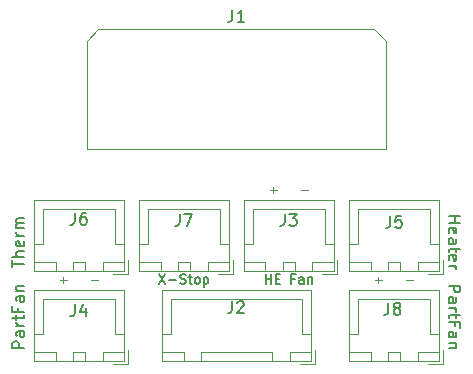
<source format=gbr>
G04 #@! TF.GenerationSoftware,KiCad,Pcbnew,(5.1.5)-3*
G04 #@! TF.CreationDate,2021-06-02T01:16:35-04:00*
G04 #@! TF.ProjectId,Toolhead_PCB,546f6f6c-6865-4616-945f-5043422e6b69,rev?*
G04 #@! TF.SameCoordinates,Original*
G04 #@! TF.FileFunction,Legend,Top*
G04 #@! TF.FilePolarity,Positive*
%FSLAX46Y46*%
G04 Gerber Fmt 4.6, Leading zero omitted, Abs format (unit mm)*
G04 Created by KiCad (PCBNEW (5.1.5)-3) date 2021-06-02 01:16:35*
%MOMM*%
%LPD*%
G04 APERTURE LIST*
%ADD10C,0.100000*%
%ADD11C,0.200000*%
%ADD12C,0.150000*%
%ADD13C,0.120000*%
G04 APERTURE END LIST*
D10*
X102837857Y-95608571D02*
X103409285Y-95608571D01*
X103123571Y-95894285D02*
X103123571Y-95322857D01*
X105480714Y-95608571D02*
X106052142Y-95608571D01*
X85057857Y-103228571D02*
X85629285Y-103228571D01*
X85343571Y-103514285D02*
X85343571Y-102942857D01*
X87700714Y-103228571D02*
X88272142Y-103228571D01*
D11*
X82037380Y-108992857D02*
X81037380Y-108992857D01*
X81037380Y-108611904D01*
X81085000Y-108516666D01*
X81132619Y-108469047D01*
X81227857Y-108421428D01*
X81370714Y-108421428D01*
X81465952Y-108469047D01*
X81513571Y-108516666D01*
X81561190Y-108611904D01*
X81561190Y-108992857D01*
X82037380Y-107564285D02*
X81513571Y-107564285D01*
X81418333Y-107611904D01*
X81370714Y-107707142D01*
X81370714Y-107897619D01*
X81418333Y-107992857D01*
X81989761Y-107564285D02*
X82037380Y-107659523D01*
X82037380Y-107897619D01*
X81989761Y-107992857D01*
X81894523Y-108040476D01*
X81799285Y-108040476D01*
X81704047Y-107992857D01*
X81656428Y-107897619D01*
X81656428Y-107659523D01*
X81608809Y-107564285D01*
X82037380Y-107088095D02*
X81370714Y-107088095D01*
X81561190Y-107088095D02*
X81465952Y-107040476D01*
X81418333Y-106992857D01*
X81370714Y-106897619D01*
X81370714Y-106802380D01*
X81370714Y-106611904D02*
X81370714Y-106230952D01*
X81037380Y-106469047D02*
X81894523Y-106469047D01*
X81989761Y-106421428D01*
X82037380Y-106326190D01*
X82037380Y-106230952D01*
X81513571Y-105564285D02*
X81513571Y-105897619D01*
X82037380Y-105897619D02*
X81037380Y-105897619D01*
X81037380Y-105421428D01*
X82037380Y-104611904D02*
X81513571Y-104611904D01*
X81418333Y-104659523D01*
X81370714Y-104754761D01*
X81370714Y-104945238D01*
X81418333Y-105040476D01*
X81989761Y-104611904D02*
X82037380Y-104707142D01*
X82037380Y-104945238D01*
X81989761Y-105040476D01*
X81894523Y-105088095D01*
X81799285Y-105088095D01*
X81704047Y-105040476D01*
X81656428Y-104945238D01*
X81656428Y-104707142D01*
X81608809Y-104611904D01*
X81370714Y-104135714D02*
X82037380Y-104135714D01*
X81465952Y-104135714D02*
X81418333Y-104088095D01*
X81370714Y-103992857D01*
X81370714Y-103850000D01*
X81418333Y-103754761D01*
X81513571Y-103707142D01*
X82037380Y-103707142D01*
X117962619Y-103707142D02*
X118962619Y-103707142D01*
X118962619Y-104088095D01*
X118915000Y-104183333D01*
X118867380Y-104230952D01*
X118772142Y-104278571D01*
X118629285Y-104278571D01*
X118534047Y-104230952D01*
X118486428Y-104183333D01*
X118438809Y-104088095D01*
X118438809Y-103707142D01*
X117962619Y-105135714D02*
X118486428Y-105135714D01*
X118581666Y-105088095D01*
X118629285Y-104992857D01*
X118629285Y-104802380D01*
X118581666Y-104707142D01*
X118010238Y-105135714D02*
X117962619Y-105040476D01*
X117962619Y-104802380D01*
X118010238Y-104707142D01*
X118105476Y-104659523D01*
X118200714Y-104659523D01*
X118295952Y-104707142D01*
X118343571Y-104802380D01*
X118343571Y-105040476D01*
X118391190Y-105135714D01*
X117962619Y-105611904D02*
X118629285Y-105611904D01*
X118438809Y-105611904D02*
X118534047Y-105659523D01*
X118581666Y-105707142D01*
X118629285Y-105802380D01*
X118629285Y-105897619D01*
X118629285Y-106088095D02*
X118629285Y-106469047D01*
X118962619Y-106230952D02*
X118105476Y-106230952D01*
X118010238Y-106278571D01*
X117962619Y-106373809D01*
X117962619Y-106469047D01*
X118486428Y-107135714D02*
X118486428Y-106802380D01*
X117962619Y-106802380D02*
X118962619Y-106802380D01*
X118962619Y-107278571D01*
X117962619Y-108088095D02*
X118486428Y-108088095D01*
X118581666Y-108040476D01*
X118629285Y-107945238D01*
X118629285Y-107754761D01*
X118581666Y-107659523D01*
X118010238Y-108088095D02*
X117962619Y-107992857D01*
X117962619Y-107754761D01*
X118010238Y-107659523D01*
X118105476Y-107611904D01*
X118200714Y-107611904D01*
X118295952Y-107659523D01*
X118343571Y-107754761D01*
X118343571Y-107992857D01*
X118391190Y-108088095D01*
X118629285Y-108564285D02*
X117962619Y-108564285D01*
X118534047Y-108564285D02*
X118581666Y-108611904D01*
X118629285Y-108707142D01*
X118629285Y-108849999D01*
X118581666Y-108945238D01*
X118486428Y-108992857D01*
X117962619Y-108992857D01*
D10*
X111727857Y-103228571D02*
X112299285Y-103228571D01*
X112013571Y-103514285D02*
X112013571Y-102942857D01*
X114370714Y-103228571D02*
X114942142Y-103228571D01*
D12*
X117962619Y-97809523D02*
X118962619Y-97809523D01*
X118486428Y-97809523D02*
X118486428Y-98380952D01*
X117962619Y-98380952D02*
X118962619Y-98380952D01*
X118010238Y-99238095D02*
X117962619Y-99142857D01*
X117962619Y-98952380D01*
X118010238Y-98857142D01*
X118105476Y-98809523D01*
X118486428Y-98809523D01*
X118581666Y-98857142D01*
X118629285Y-98952380D01*
X118629285Y-99142857D01*
X118581666Y-99238095D01*
X118486428Y-99285714D01*
X118391190Y-99285714D01*
X118295952Y-98809523D01*
X117962619Y-100142857D02*
X118486428Y-100142857D01*
X118581666Y-100095238D01*
X118629285Y-100000000D01*
X118629285Y-99809523D01*
X118581666Y-99714285D01*
X118010238Y-100142857D02*
X117962619Y-100047619D01*
X117962619Y-99809523D01*
X118010238Y-99714285D01*
X118105476Y-99666666D01*
X118200714Y-99666666D01*
X118295952Y-99714285D01*
X118343571Y-99809523D01*
X118343571Y-100047619D01*
X118391190Y-100142857D01*
X118629285Y-100476190D02*
X118629285Y-100857142D01*
X118962619Y-100619047D02*
X118105476Y-100619047D01*
X118010238Y-100666666D01*
X117962619Y-100761904D01*
X117962619Y-100857142D01*
X118010238Y-101571428D02*
X117962619Y-101476190D01*
X117962619Y-101285714D01*
X118010238Y-101190476D01*
X118105476Y-101142857D01*
X118486428Y-101142857D01*
X118581666Y-101190476D01*
X118629285Y-101285714D01*
X118629285Y-101476190D01*
X118581666Y-101571428D01*
X118486428Y-101619047D01*
X118391190Y-101619047D01*
X118295952Y-101142857D01*
X117962619Y-102047619D02*
X118629285Y-102047619D01*
X118438809Y-102047619D02*
X118534047Y-102095238D01*
X118581666Y-102142857D01*
X118629285Y-102238095D01*
X118629285Y-102333333D01*
X102483095Y-103536904D02*
X102483095Y-102736904D01*
X102483095Y-103117857D02*
X102940238Y-103117857D01*
X102940238Y-103536904D02*
X102940238Y-102736904D01*
X103321190Y-103117857D02*
X103587857Y-103117857D01*
X103702142Y-103536904D02*
X103321190Y-103536904D01*
X103321190Y-102736904D01*
X103702142Y-102736904D01*
X104921190Y-103117857D02*
X104654523Y-103117857D01*
X104654523Y-103536904D02*
X104654523Y-102736904D01*
X105035476Y-102736904D01*
X105683095Y-103536904D02*
X105683095Y-103117857D01*
X105645000Y-103041666D01*
X105568809Y-103003571D01*
X105416428Y-103003571D01*
X105340238Y-103041666D01*
X105683095Y-103498809D02*
X105606904Y-103536904D01*
X105416428Y-103536904D01*
X105340238Y-103498809D01*
X105302142Y-103422619D01*
X105302142Y-103346428D01*
X105340238Y-103270238D01*
X105416428Y-103232142D01*
X105606904Y-103232142D01*
X105683095Y-103194047D01*
X106064047Y-103003571D02*
X106064047Y-103536904D01*
X106064047Y-103079761D02*
X106102142Y-103041666D01*
X106178333Y-103003571D01*
X106292619Y-103003571D01*
X106368809Y-103041666D01*
X106406904Y-103117857D01*
X106406904Y-103536904D01*
X93459761Y-102736904D02*
X93993095Y-103536904D01*
X93993095Y-102736904D02*
X93459761Y-103536904D01*
X94297857Y-103232142D02*
X94907380Y-103232142D01*
X95250238Y-103498809D02*
X95364523Y-103536904D01*
X95555000Y-103536904D01*
X95631190Y-103498809D01*
X95669285Y-103460714D01*
X95707380Y-103384523D01*
X95707380Y-103308333D01*
X95669285Y-103232142D01*
X95631190Y-103194047D01*
X95555000Y-103155952D01*
X95402619Y-103117857D01*
X95326428Y-103079761D01*
X95288333Y-103041666D01*
X95250238Y-102965476D01*
X95250238Y-102889285D01*
X95288333Y-102813095D01*
X95326428Y-102775000D01*
X95402619Y-102736904D01*
X95593095Y-102736904D01*
X95707380Y-102775000D01*
X95935952Y-103003571D02*
X96240714Y-103003571D01*
X96050238Y-102736904D02*
X96050238Y-103422619D01*
X96088333Y-103498809D01*
X96164523Y-103536904D01*
X96240714Y-103536904D01*
X96621666Y-103536904D02*
X96545476Y-103498809D01*
X96507380Y-103460714D01*
X96469285Y-103384523D01*
X96469285Y-103155952D01*
X96507380Y-103079761D01*
X96545476Y-103041666D01*
X96621666Y-103003571D01*
X96735952Y-103003571D01*
X96812142Y-103041666D01*
X96850238Y-103079761D01*
X96888333Y-103155952D01*
X96888333Y-103384523D01*
X96850238Y-103460714D01*
X96812142Y-103498809D01*
X96735952Y-103536904D01*
X96621666Y-103536904D01*
X97231190Y-103003571D02*
X97231190Y-103803571D01*
X97231190Y-103041666D02*
X97307380Y-103003571D01*
X97459761Y-103003571D01*
X97535952Y-103041666D01*
X97574047Y-103079761D01*
X97612142Y-103155952D01*
X97612142Y-103384523D01*
X97574047Y-103460714D01*
X97535952Y-103498809D01*
X97459761Y-103536904D01*
X97307380Y-103536904D01*
X97231190Y-103498809D01*
D11*
X81037380Y-102142857D02*
X81037380Y-101571428D01*
X82037380Y-101857142D02*
X81037380Y-101857142D01*
X82037380Y-101238095D02*
X81037380Y-101238095D01*
X82037380Y-100809523D02*
X81513571Y-100809523D01*
X81418333Y-100857142D01*
X81370714Y-100952380D01*
X81370714Y-101095238D01*
X81418333Y-101190476D01*
X81465952Y-101238095D01*
X81989761Y-99952380D02*
X82037380Y-100047619D01*
X82037380Y-100238095D01*
X81989761Y-100333333D01*
X81894523Y-100380952D01*
X81513571Y-100380952D01*
X81418333Y-100333333D01*
X81370714Y-100238095D01*
X81370714Y-100047619D01*
X81418333Y-99952380D01*
X81513571Y-99904761D01*
X81608809Y-99904761D01*
X81704047Y-100380952D01*
X82037380Y-99476190D02*
X81370714Y-99476190D01*
X81561190Y-99476190D02*
X81465952Y-99428571D01*
X81418333Y-99380952D01*
X81370714Y-99285714D01*
X81370714Y-99190476D01*
X82037380Y-98857142D02*
X81370714Y-98857142D01*
X81465952Y-98857142D02*
X81418333Y-98809523D01*
X81370714Y-98714285D01*
X81370714Y-98571428D01*
X81418333Y-98476190D01*
X81513571Y-98428571D01*
X82037380Y-98428571D01*
X81513571Y-98428571D02*
X81418333Y-98380952D01*
X81370714Y-98285714D01*
X81370714Y-98142857D01*
X81418333Y-98047619D01*
X81513571Y-98000000D01*
X82037380Y-98000000D01*
D13*
X90785000Y-102750000D02*
X90785000Y-101500000D01*
X89535000Y-102750000D02*
X90785000Y-102750000D01*
X83635000Y-97250000D02*
X86685000Y-97250000D01*
X83635000Y-100200000D02*
X83635000Y-97250000D01*
X82885000Y-100200000D02*
X83635000Y-100200000D01*
X89735000Y-97250000D02*
X86685000Y-97250000D01*
X89735000Y-100200000D02*
X89735000Y-97250000D01*
X90485000Y-100200000D02*
X89735000Y-100200000D01*
X82885000Y-102450000D02*
X84685000Y-102450000D01*
X82885000Y-101700000D02*
X82885000Y-102450000D01*
X84685000Y-101700000D02*
X82885000Y-101700000D01*
X84685000Y-102450000D02*
X84685000Y-101700000D01*
X88685000Y-102450000D02*
X90485000Y-102450000D01*
X88685000Y-101700000D02*
X88685000Y-102450000D01*
X90485000Y-101700000D02*
X88685000Y-101700000D01*
X90485000Y-102450000D02*
X90485000Y-101700000D01*
X86185000Y-102450000D02*
X87185000Y-102450000D01*
X86185000Y-101700000D02*
X86185000Y-102450000D01*
X87185000Y-101700000D02*
X86185000Y-101700000D01*
X87185000Y-102450000D02*
X87185000Y-101700000D01*
X82875000Y-102460000D02*
X90495000Y-102460000D01*
X82875000Y-96490000D02*
X82875000Y-102460000D01*
X90495000Y-96490000D02*
X82875000Y-96490000D01*
X90495000Y-102460000D02*
X90495000Y-96490000D01*
X108525000Y-102750000D02*
X108525000Y-101500000D01*
X107275000Y-102750000D02*
X108525000Y-102750000D01*
X101375000Y-97250000D02*
X104425000Y-97250000D01*
X101375000Y-100200000D02*
X101375000Y-97250000D01*
X100625000Y-100200000D02*
X101375000Y-100200000D01*
X107475000Y-97250000D02*
X104425000Y-97250000D01*
X107475000Y-100200000D02*
X107475000Y-97250000D01*
X108225000Y-100200000D02*
X107475000Y-100200000D01*
X100625000Y-102450000D02*
X102425000Y-102450000D01*
X100625000Y-101700000D02*
X100625000Y-102450000D01*
X102425000Y-101700000D02*
X100625000Y-101700000D01*
X102425000Y-102450000D02*
X102425000Y-101700000D01*
X106425000Y-102450000D02*
X108225000Y-102450000D01*
X106425000Y-101700000D02*
X106425000Y-102450000D01*
X108225000Y-101700000D02*
X106425000Y-101700000D01*
X108225000Y-102450000D02*
X108225000Y-101700000D01*
X103925000Y-102450000D02*
X104925000Y-102450000D01*
X103925000Y-101700000D02*
X103925000Y-102450000D01*
X104925000Y-101700000D02*
X103925000Y-101700000D01*
X104925000Y-102450000D02*
X104925000Y-101700000D01*
X100615000Y-102460000D02*
X108235000Y-102460000D01*
X100615000Y-96490000D02*
X100615000Y-102460000D01*
X108235000Y-96490000D02*
X100615000Y-96490000D01*
X108235000Y-102460000D02*
X108235000Y-96490000D01*
X90785000Y-110370000D02*
X90785000Y-109120000D01*
X89535000Y-110370000D02*
X90785000Y-110370000D01*
X83635000Y-104870000D02*
X86685000Y-104870000D01*
X83635000Y-107820000D02*
X83635000Y-104870000D01*
X82885000Y-107820000D02*
X83635000Y-107820000D01*
X89735000Y-104870000D02*
X86685000Y-104870000D01*
X89735000Y-107820000D02*
X89735000Y-104870000D01*
X90485000Y-107820000D02*
X89735000Y-107820000D01*
X82885000Y-110070000D02*
X84685000Y-110070000D01*
X82885000Y-109320000D02*
X82885000Y-110070000D01*
X84685000Y-109320000D02*
X82885000Y-109320000D01*
X84685000Y-110070000D02*
X84685000Y-109320000D01*
X88685000Y-110070000D02*
X90485000Y-110070000D01*
X88685000Y-109320000D02*
X88685000Y-110070000D01*
X90485000Y-109320000D02*
X88685000Y-109320000D01*
X90485000Y-110070000D02*
X90485000Y-109320000D01*
X86185000Y-110070000D02*
X87185000Y-110070000D01*
X86185000Y-109320000D02*
X86185000Y-110070000D01*
X87185000Y-109320000D02*
X86185000Y-109320000D01*
X87185000Y-110070000D02*
X87185000Y-109320000D01*
X82875000Y-110080000D02*
X90495000Y-110080000D01*
X82875000Y-104110000D02*
X82875000Y-110080000D01*
X90495000Y-104110000D02*
X82875000Y-104110000D01*
X90495000Y-110080000D02*
X90495000Y-104110000D01*
X87315000Y-92130000D02*
X87315000Y-83000000D01*
X87315000Y-83000000D02*
X88315000Y-82000000D01*
X88315000Y-82000000D02*
X111685000Y-82000000D01*
X111685000Y-82000000D02*
X112685000Y-83000000D01*
X112685000Y-83000000D02*
X112685000Y-92130000D01*
X112685000Y-92130000D02*
X87315000Y-92130000D01*
X117455000Y-110370000D02*
X117455000Y-109120000D01*
X116205000Y-110370000D02*
X117455000Y-110370000D01*
X110305000Y-104870000D02*
X113355000Y-104870000D01*
X110305000Y-107820000D02*
X110305000Y-104870000D01*
X109555000Y-107820000D02*
X110305000Y-107820000D01*
X116405000Y-104870000D02*
X113355000Y-104870000D01*
X116405000Y-107820000D02*
X116405000Y-104870000D01*
X117155000Y-107820000D02*
X116405000Y-107820000D01*
X109555000Y-110070000D02*
X111355000Y-110070000D01*
X109555000Y-109320000D02*
X109555000Y-110070000D01*
X111355000Y-109320000D02*
X109555000Y-109320000D01*
X111355000Y-110070000D02*
X111355000Y-109320000D01*
X115355000Y-110070000D02*
X117155000Y-110070000D01*
X115355000Y-109320000D02*
X115355000Y-110070000D01*
X117155000Y-109320000D02*
X115355000Y-109320000D01*
X117155000Y-110070000D02*
X117155000Y-109320000D01*
X112855000Y-110070000D02*
X113855000Y-110070000D01*
X112855000Y-109320000D02*
X112855000Y-110070000D01*
X113855000Y-109320000D02*
X112855000Y-109320000D01*
X113855000Y-110070000D02*
X113855000Y-109320000D01*
X109545000Y-110080000D02*
X117165000Y-110080000D01*
X109545000Y-104110000D02*
X109545000Y-110080000D01*
X117165000Y-104110000D02*
X109545000Y-104110000D01*
X117165000Y-110080000D02*
X117165000Y-104110000D01*
X99675000Y-102750000D02*
X99675000Y-101500000D01*
X98425000Y-102750000D02*
X99675000Y-102750000D01*
X92525000Y-97250000D02*
X95575000Y-97250000D01*
X92525000Y-100200000D02*
X92525000Y-97250000D01*
X91775000Y-100200000D02*
X92525000Y-100200000D01*
X98625000Y-97250000D02*
X95575000Y-97250000D01*
X98625000Y-100200000D02*
X98625000Y-97250000D01*
X99375000Y-100200000D02*
X98625000Y-100200000D01*
X91775000Y-102450000D02*
X93575000Y-102450000D01*
X91775000Y-101700000D02*
X91775000Y-102450000D01*
X93575000Y-101700000D02*
X91775000Y-101700000D01*
X93575000Y-102450000D02*
X93575000Y-101700000D01*
X97575000Y-102450000D02*
X99375000Y-102450000D01*
X97575000Y-101700000D02*
X97575000Y-102450000D01*
X99375000Y-101700000D02*
X97575000Y-101700000D01*
X99375000Y-102450000D02*
X99375000Y-101700000D01*
X95075000Y-102450000D02*
X96075000Y-102450000D01*
X95075000Y-101700000D02*
X95075000Y-102450000D01*
X96075000Y-101700000D02*
X95075000Y-101700000D01*
X96075000Y-102450000D02*
X96075000Y-101700000D01*
X91765000Y-102460000D02*
X99385000Y-102460000D01*
X91765000Y-96490000D02*
X91765000Y-102460000D01*
X99385000Y-96490000D02*
X91765000Y-96490000D01*
X99385000Y-102460000D02*
X99385000Y-96490000D01*
X117455000Y-102750000D02*
X117455000Y-101500000D01*
X116205000Y-102750000D02*
X117455000Y-102750000D01*
X110305000Y-97250000D02*
X113355000Y-97250000D01*
X110305000Y-100200000D02*
X110305000Y-97250000D01*
X109555000Y-100200000D02*
X110305000Y-100200000D01*
X116405000Y-97250000D02*
X113355000Y-97250000D01*
X116405000Y-100200000D02*
X116405000Y-97250000D01*
X117155000Y-100200000D02*
X116405000Y-100200000D01*
X109555000Y-102450000D02*
X111355000Y-102450000D01*
X109555000Y-101700000D02*
X109555000Y-102450000D01*
X111355000Y-101700000D02*
X109555000Y-101700000D01*
X111355000Y-102450000D02*
X111355000Y-101700000D01*
X115355000Y-102450000D02*
X117155000Y-102450000D01*
X115355000Y-101700000D02*
X115355000Y-102450000D01*
X117155000Y-101700000D02*
X115355000Y-101700000D01*
X117155000Y-102450000D02*
X117155000Y-101700000D01*
X112855000Y-102450000D02*
X113855000Y-102450000D01*
X112855000Y-101700000D02*
X112855000Y-102450000D01*
X113855000Y-101700000D02*
X112855000Y-101700000D01*
X113855000Y-102450000D02*
X113855000Y-101700000D01*
X109545000Y-102460000D02*
X117165000Y-102460000D01*
X109545000Y-96490000D02*
X109545000Y-102460000D01*
X117165000Y-96490000D02*
X109545000Y-96490000D01*
X117165000Y-102460000D02*
X117165000Y-96490000D01*
X106620000Y-110370000D02*
X106620000Y-109120000D01*
X105370000Y-110370000D02*
X106620000Y-110370000D01*
X94470000Y-104870000D02*
X100020000Y-104870000D01*
X94470000Y-107820000D02*
X94470000Y-104870000D01*
X93720000Y-107820000D02*
X94470000Y-107820000D01*
X105570000Y-104870000D02*
X100020000Y-104870000D01*
X105570000Y-107820000D02*
X105570000Y-104870000D01*
X106320000Y-107820000D02*
X105570000Y-107820000D01*
X93720000Y-110070000D02*
X95520000Y-110070000D01*
X93720000Y-109320000D02*
X93720000Y-110070000D01*
X95520000Y-109320000D02*
X93720000Y-109320000D01*
X95520000Y-110070000D02*
X95520000Y-109320000D01*
X104520000Y-110070000D02*
X106320000Y-110070000D01*
X104520000Y-109320000D02*
X104520000Y-110070000D01*
X106320000Y-109320000D02*
X104520000Y-109320000D01*
X106320000Y-110070000D02*
X106320000Y-109320000D01*
X97020000Y-110070000D02*
X103020000Y-110070000D01*
X97020000Y-109320000D02*
X97020000Y-110070000D01*
X103020000Y-109320000D02*
X97020000Y-109320000D01*
X103020000Y-110070000D02*
X103020000Y-109320000D01*
X93710000Y-110080000D02*
X106330000Y-110080000D01*
X93710000Y-104110000D02*
X93710000Y-110080000D01*
X106330000Y-104110000D02*
X93710000Y-104110000D01*
X106330000Y-110080000D02*
X106330000Y-104110000D01*
D12*
X86331666Y-97547380D02*
X86331666Y-98261666D01*
X86284047Y-98404523D01*
X86188809Y-98499761D01*
X86045952Y-98547380D01*
X85950714Y-98547380D01*
X87236428Y-97547380D02*
X87045952Y-97547380D01*
X86950714Y-97595000D01*
X86903095Y-97642619D01*
X86807857Y-97785476D01*
X86760238Y-97975952D01*
X86760238Y-98356904D01*
X86807857Y-98452142D01*
X86855476Y-98499761D01*
X86950714Y-98547380D01*
X87141190Y-98547380D01*
X87236428Y-98499761D01*
X87284047Y-98452142D01*
X87331666Y-98356904D01*
X87331666Y-98118809D01*
X87284047Y-98023571D01*
X87236428Y-97975952D01*
X87141190Y-97928333D01*
X86950714Y-97928333D01*
X86855476Y-97975952D01*
X86807857Y-98023571D01*
X86760238Y-98118809D01*
X104101666Y-97627380D02*
X104101666Y-98341666D01*
X104054047Y-98484523D01*
X103958809Y-98579761D01*
X103815952Y-98627380D01*
X103720714Y-98627380D01*
X104482619Y-97627380D02*
X105101666Y-97627380D01*
X104768333Y-98008333D01*
X104911190Y-98008333D01*
X105006428Y-98055952D01*
X105054047Y-98103571D01*
X105101666Y-98198809D01*
X105101666Y-98436904D01*
X105054047Y-98532142D01*
X105006428Y-98579761D01*
X104911190Y-98627380D01*
X104625476Y-98627380D01*
X104530238Y-98579761D01*
X104482619Y-98532142D01*
X86331666Y-105294380D02*
X86331666Y-106008666D01*
X86284047Y-106151523D01*
X86188809Y-106246761D01*
X86045952Y-106294380D01*
X85950714Y-106294380D01*
X87236428Y-105627714D02*
X87236428Y-106294380D01*
X86998333Y-105246761D02*
X86760238Y-105961047D01*
X87379285Y-105961047D01*
X99666666Y-80362380D02*
X99666666Y-81076666D01*
X99619047Y-81219523D01*
X99523809Y-81314761D01*
X99380952Y-81362380D01*
X99285714Y-81362380D01*
X100666666Y-81362380D02*
X100095238Y-81362380D01*
X100380952Y-81362380D02*
X100380952Y-80362380D01*
X100285714Y-80505238D01*
X100190476Y-80600476D01*
X100095238Y-80648095D01*
X112874666Y-105167380D02*
X112874666Y-105881666D01*
X112827047Y-106024523D01*
X112731809Y-106119761D01*
X112588952Y-106167380D01*
X112493714Y-106167380D01*
X113493714Y-105595952D02*
X113398476Y-105548333D01*
X113350857Y-105500714D01*
X113303238Y-105405476D01*
X113303238Y-105357857D01*
X113350857Y-105262619D01*
X113398476Y-105215000D01*
X113493714Y-105167380D01*
X113684190Y-105167380D01*
X113779428Y-105215000D01*
X113827047Y-105262619D01*
X113874666Y-105357857D01*
X113874666Y-105405476D01*
X113827047Y-105500714D01*
X113779428Y-105548333D01*
X113684190Y-105595952D01*
X113493714Y-105595952D01*
X113398476Y-105643571D01*
X113350857Y-105691190D01*
X113303238Y-105786428D01*
X113303238Y-105976904D01*
X113350857Y-106072142D01*
X113398476Y-106119761D01*
X113493714Y-106167380D01*
X113684190Y-106167380D01*
X113779428Y-106119761D01*
X113827047Y-106072142D01*
X113874666Y-105976904D01*
X113874666Y-105786428D01*
X113827047Y-105691190D01*
X113779428Y-105643571D01*
X113684190Y-105595952D01*
X95221666Y-97627380D02*
X95221666Y-98341666D01*
X95174047Y-98484523D01*
X95078809Y-98579761D01*
X94935952Y-98627380D01*
X94840714Y-98627380D01*
X95602619Y-97627380D02*
X96269285Y-97627380D01*
X95840714Y-98627380D01*
X113021666Y-97801380D02*
X113021666Y-98515666D01*
X112974047Y-98658523D01*
X112878809Y-98753761D01*
X112735952Y-98801380D01*
X112640714Y-98801380D01*
X113974047Y-97801380D02*
X113497857Y-97801380D01*
X113450238Y-98277571D01*
X113497857Y-98229952D01*
X113593095Y-98182333D01*
X113831190Y-98182333D01*
X113926428Y-98229952D01*
X113974047Y-98277571D01*
X114021666Y-98372809D01*
X114021666Y-98610904D01*
X113974047Y-98706142D01*
X113926428Y-98753761D01*
X113831190Y-98801380D01*
X113593095Y-98801380D01*
X113497857Y-98753761D01*
X113450238Y-98706142D01*
X99626666Y-105040380D02*
X99626666Y-105754666D01*
X99579047Y-105897523D01*
X99483809Y-105992761D01*
X99340952Y-106040380D01*
X99245714Y-106040380D01*
X100055238Y-105135619D02*
X100102857Y-105088000D01*
X100198095Y-105040380D01*
X100436190Y-105040380D01*
X100531428Y-105088000D01*
X100579047Y-105135619D01*
X100626666Y-105230857D01*
X100626666Y-105326095D01*
X100579047Y-105468952D01*
X100007619Y-106040380D01*
X100626666Y-106040380D01*
M02*

</source>
